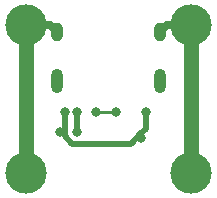
<source format=gbl>
G04 #@! TF.GenerationSoftware,KiCad,Pcbnew,(5.0.2)-1*
G04 #@! TF.CreationDate,2019-03-19T21:51:34-07:00*
G04 #@! TF.ProjectId,Unified-Daughterboard,556e6966-6965-4642-9d44-617567687465,rev?*
G04 #@! TF.SameCoordinates,Original*
G04 #@! TF.FileFunction,Copper,L2,Bot*
G04 #@! TF.FilePolarity,Positive*
%FSLAX46Y46*%
G04 Gerber Fmt 4.6, Leading zero omitted, Abs format (unit mm)*
G04 Created by KiCad (PCBNEW (5.0.2)-1) date 3/19/2019 9:51:34 PM*
%MOMM*%
%LPD*%
G01*
G04 APERTURE LIST*
G04 #@! TA.AperFunction,ComponentPad*
%ADD10C,3.500000*%
G04 #@! TD*
G04 #@! TA.AperFunction,ComponentPad*
%ADD11O,1.000000X1.600000*%
G04 #@! TD*
G04 #@! TA.AperFunction,ComponentPad*
%ADD12O,1.000000X2.100000*%
G04 #@! TD*
G04 #@! TA.AperFunction,ViaPad*
%ADD13C,0.800000*%
G04 #@! TD*
G04 #@! TA.AperFunction,Conductor*
%ADD14C,0.250000*%
G04 #@! TD*
G04 #@! TA.AperFunction,Conductor*
%ADD15C,0.635000*%
G04 #@! TD*
G04 #@! TA.AperFunction,Conductor*
%ADD16C,1.270000*%
G04 #@! TD*
G04 #@! TA.AperFunction,Conductor*
%ADD17C,0.508000*%
G04 #@! TD*
G04 #@! TA.AperFunction,Conductor*
%ADD18C,0.381000*%
G04 #@! TD*
G04 APERTURE END LIST*
D10*
G04 #@! TO.P,MH1,1*
G04 #@! TO.N,GND*
X32000000Y-32000000D03*
G04 #@! TD*
G04 #@! TO.P,MH2,1*
G04 #@! TO.N,GND*
X46000000Y-32000000D03*
G04 #@! TD*
G04 #@! TO.P,MH3,1*
G04 #@! TO.N,GND*
X32000000Y-44500000D03*
G04 #@! TD*
G04 #@! TO.P,MH4,1*
G04 #@! TO.N,GND*
X46000000Y-44500000D03*
G04 #@! TD*
D11*
G04 #@! TO.P,J1,13*
G04 #@! TO.N,GND*
X34680000Y-32600000D03*
X43320000Y-32600000D03*
D12*
X34680000Y-36780000D03*
X43320000Y-36780000D03*
G04 #@! TD*
D13*
G04 #@! TO.N,D+*
X37973000Y-39370000D03*
X39624000Y-39370000D03*
G04 #@! TO.N,GND*
X35306000Y-39370000D03*
X41783000Y-41529000D03*
X34925000Y-41021000D03*
X42164000Y-39370000D03*
G04 #@! TO.N,VCC*
X36322000Y-39370000D03*
X36322000Y-41021000D03*
G04 #@! TD*
D14*
G04 #@! TO.N,D+*
X37973000Y-39370000D02*
X39624000Y-39370000D01*
D15*
G04 #@! TO.N,GND*
X34080000Y-32000000D02*
X34680000Y-32600000D01*
X32000000Y-32000000D02*
X34080000Y-32000000D01*
X43920000Y-32000000D02*
X43320000Y-32600000D01*
X46000000Y-32000000D02*
X43920000Y-32000000D01*
D16*
X46000000Y-44500000D02*
X46000000Y-32000000D01*
X32000000Y-44500000D02*
X32000000Y-32000000D01*
D17*
X35306000Y-39370000D02*
X35306000Y-41021000D01*
X34925000Y-41021000D02*
X35306000Y-41021000D01*
X35306000Y-41021000D02*
X35306000Y-41402000D01*
X35306000Y-41402000D02*
X35941000Y-42037000D01*
X40640000Y-42037000D02*
X40386000Y-42037000D01*
X35941000Y-42037000D02*
X40386000Y-42037000D01*
X41783000Y-41529000D02*
X41783000Y-41402000D01*
X42164000Y-39370000D02*
X42164000Y-40513000D01*
X42164000Y-40513000D02*
X42164000Y-40767000D01*
D18*
X41783000Y-41148000D02*
X41783000Y-41529000D01*
D17*
X42164000Y-40767000D02*
X41783000Y-41148000D01*
X40894000Y-42037000D02*
X41783000Y-41148000D01*
X40640000Y-42037000D02*
X40894000Y-42037000D01*
G04 #@! TO.N,VCC*
X36322000Y-39370000D02*
X36322000Y-41021000D01*
G04 #@! TD*
M02*

</source>
